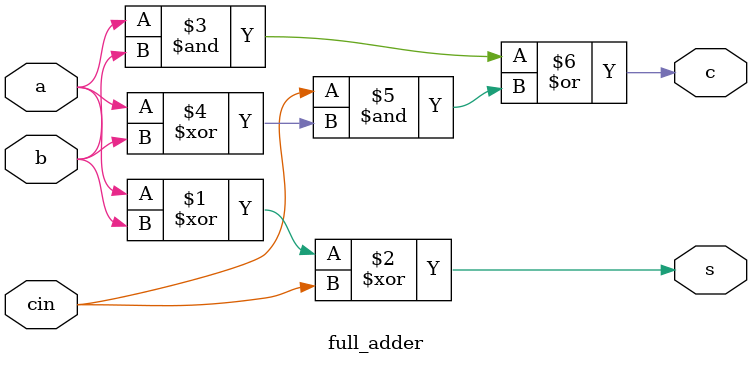
<source format=v>
module full_adder(output s,c, input a,b,cin);
  assign s=a^b^cin;
  assign c= (a&b) | (cin&(a^b));
endmodule

</source>
